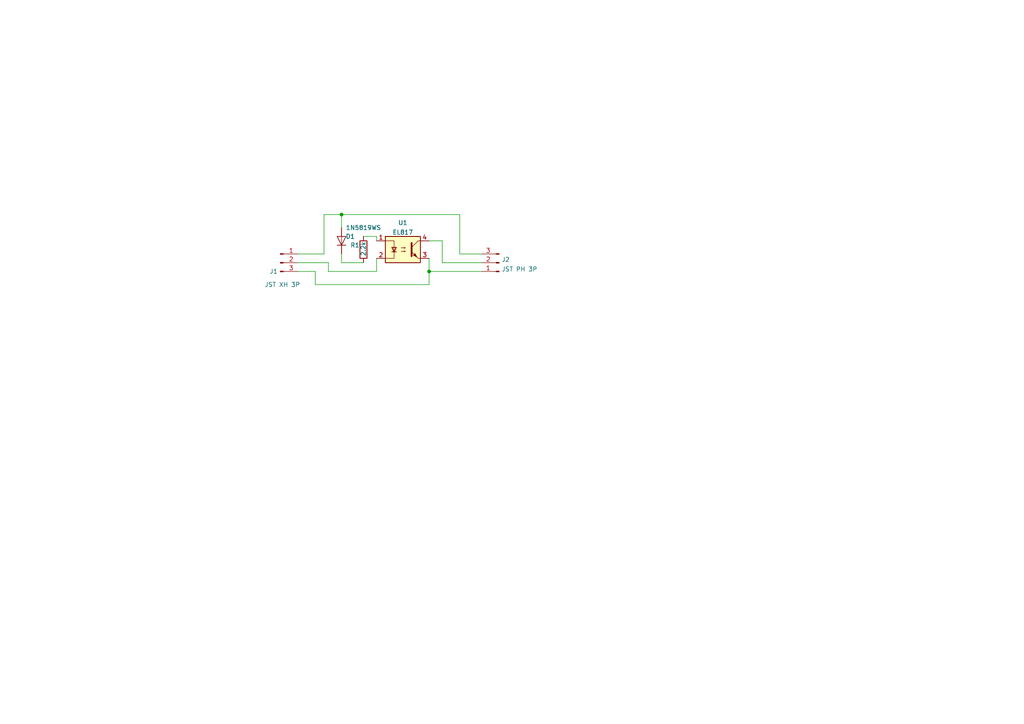
<source format=kicad_sch>
(kicad_sch (version 20220103) (generator eeschema)
  (paper "A4")
  (lib_symbols
    (symbol "Connector:Conn_01x03_Male" (pin_names (offset 1.016) hide)
      (property "Reference" "J" (at 0 5.08 0))
      (property "Value" "Conn_01x03_Male" (at 0 -5.08 0))
      (symbol "Conn_01x03_Male_1_1"
        (polyline (pts (xy 1.27 -2.54) (xy 0.8636 -2.54)) (stroke (width 0.1524)))
        (polyline (pts (xy 1.27 0) (xy 0.8636 0)) (stroke (width 0.1524)))
        (polyline (pts (xy 1.27 2.54) (xy 0.8636 2.54)) (stroke (width 0.1524)))
        (rectangle (start 0.8636 -2.413) (end 0 -2.667) (stroke (width 0.1524)) (fill (type outline)))
        (rectangle (start 0.8636 0.127) (end 0 -0.127) (stroke (width 0.1524)) (fill (type outline)))
        (rectangle (start 0.8636 2.667) (end 0 2.413) (stroke (width 0.1524)) (fill (type outline)))
        (pin passive line (at 5.08 2.54 180) (length 3.81) (name "Pin_1") (number "1"))
        (pin passive line (at 5.08 0 180) (length 3.81) (name "Pin_2") (number "2"))
        (pin passive line (at 5.08 -2.54 180) (length 3.81) (name "Pin_3") (number "3"))
      )
    )
    (symbol "Device:D" (pin_numbers hide) (pin_names (offset 1.016) hide)
      (property "Reference" "D" (at 0 2.54 0))
      (property "Value" "D" (at 0 -2.54 0))
      (symbol "D_0_1"
        (polyline (pts (xy -1.27 1.27) (xy -1.27 -1.27)) (stroke (width 0.2032)))
        (polyline (pts (xy 1.27 0) (xy -1.27 0)))
        (polyline (pts (xy 1.27 1.27) (xy 1.27 -1.27) (xy -1.27 0) (xy 1.27 1.27)) (stroke (width 0.2032)))
      )
      (symbol "D_1_1"
        (pin passive line (at -3.81 0 0) (length 2.54) (name "K") (number "1"))
        (pin passive line (at 3.81 0 180) (length 2.54) (name "A") (number "2"))
      )
    )
    (symbol "Device:R" (pin_numbers hide) (pin_names (offset 0))
      (property "Reference" "R" (at 2.032 0 90))
      (property "Value" "R" (at 0 0 90))
      (symbol "R_0_1"
        (rectangle (start -1.016 -2.54) (end 1.016 2.54) (stroke (width 0.254)))
      )
      (symbol "R_1_1"
        (pin passive line (at 0 3.81 270) (length 1.27) (name "~") (number "1"))
        (pin passive line (at 0 -3.81 90) (length 1.27) (name "~") (number "2"))
      )
    )
    (symbol "Isolator:EL817" (pin_names (offset 1.016))
      (property "Reference" "U" (at -5.08 5.08 0))
      (property "Value" "EL817" (at 0 5.08 0))
      (symbol "EL817_0_1"
        (rectangle (start -5.08 3.81) (end 5.08 -3.81) (stroke (width 0.254)) (fill (type background)))
        (polyline (pts (xy -3.175 -0.635) (xy -1.905 -0.635)) (stroke (width 0.254)))
        (polyline (pts (xy 2.54 0.635) (xy 4.445 2.54)))
        (polyline (pts (xy 4.445 -2.54) (xy 2.54 -0.635)) (fill (type outline)))
        (polyline (pts (xy 4.445 -2.54) (xy 5.08 -2.54)))
        (polyline (pts (xy 4.445 2.54) (xy 5.08 2.54)))
        (polyline (pts (xy -5.08 2.54) (xy -2.54 2.54) (xy -2.54 -0.635)))
        (polyline (pts (xy -2.54 -0.635) (xy -2.54 -2.54) (xy -5.08 -2.54)))
        (polyline (pts (xy 2.54 1.905) (xy 2.54 -1.905) (xy 2.54 -1.905)) (stroke (width 0.508)))
        (polyline (pts (xy -2.54 -0.635) (xy -3.175 0.635) (xy -1.905 0.635) (xy -2.54 -0.635)) (stroke (width 0.254)))
        (polyline (pts (xy -0.508 -0.508) (xy 0.762 -0.508) (xy 0.381 -0.635) (xy 0.381 -0.381) (xy 0.762 -0.508)))
        (polyline (pts (xy -0.508 0.508) (xy 0.762 0.508) (xy 0.381 0.381) (xy 0.381 0.635) (xy 0.762 0.508)))
        (polyline (pts (xy 3.048 -1.651) (xy 3.556 -1.143) (xy 4.064 -2.159) (xy 3.048 -1.651) (xy 3.048 -1.651)) (fill (type outline)))
      )
      (symbol "EL817_1_1"
        (pin passive line (at -7.62 2.54 0) (length 2.54) (name "~") (number "1"))
        (pin passive line (at -7.62 -2.54 0) (length 2.54) (name "~") (number "2"))
        (pin passive line (at 7.62 -2.54 180) (length 2.54) (name "~") (number "3"))
        (pin passive line (at 7.62 2.54 180) (length 2.54) (name "~") (number "4"))
      )
    )
  )
  (junction (at 99.06 62.23))
  (junction (at 124.46 78.74))
  (wire (pts (xy 109.22 69.85) (xy 109.22 68.58)))
  (wire (pts (xy 124.46 74.93) (xy 124.46 78.74)))
  (wire (pts (xy 95.25 76.2) (xy 86.36 76.2)))
  (wire (pts (xy 133.35 73.66) (xy 133.35 62.23)))
  (wire (pts (xy 128.27 69.85) (xy 124.46 69.85)))
  (wire (pts (xy 93.98 62.23) (xy 99.06 62.23)))
  (wire (pts (xy 99.06 76.2) (xy 105.41 76.2)))
  (wire (pts (xy 124.46 78.74) (xy 139.7 78.74)))
  (wire (pts (xy 95.25 78.74) (xy 95.25 76.2)))
  (wire (pts (xy 99.06 62.23) (xy 133.35 62.23)))
  (wire (pts (xy 93.98 73.66) (xy 93.98 62.23)))
  (wire (pts (xy 124.46 82.55) (xy 124.46 78.74)))
  (wire (pts (xy 139.7 73.66) (xy 133.35 73.66)))
  (wire (pts (xy 139.7 76.2) (xy 128.27 76.2)))
  (wire (pts (xy 105.41 68.58) (xy 109.22 68.58)))
  (wire (pts (xy 99.06 73.66) (xy 99.06 76.2)))
  (wire (pts (xy 99.06 62.23) (xy 99.06 66.04)))
  (wire (pts (xy 91.44 82.55) (xy 124.46 82.55)))
  (wire (pts (xy 109.22 74.93) (xy 109.22 78.74)))
  (wire (pts (xy 91.44 78.74) (xy 91.44 82.55)))
  (wire (pts (xy 86.36 73.66) (xy 93.98 73.66)))
  (wire (pts (xy 128.27 76.2) (xy 128.27 69.85)))
  (wire (pts (xy 109.22 78.74) (xy 95.25 78.74)))
  (wire (pts (xy 86.36 78.74) (xy 91.44 78.74)))
  (symbol (lib_id "Connector:Conn_01x03_Male") (at 144.78 76.2 180) (unit 1)
    (property "Reference" "J2" (at 145.4912 75.2915 0) (effects (justify right)))
    (property "Value" "JST PH 3P" (at 145.4912 78.0666 0) (effects (justify right)))
    (property "Footprint" "Connector_JST:JST_PH_B3B-PH-K_1x03_P2.00mm_Vertical" (effects hide))
  )
  (symbol (lib_id "Device:R") (at 105.41 72.39 0) (unit 1)
    (property "Reference" "R1" (at 101.6 71.12 0) (effects (justify left)))
    (property "Value" "2.2k" (at 105.41 74.295 90) (effects (justify left)))
    (property "Footprint" "Resistor_SMD:R_0402_1005Metric" (effects hide))
    (property "LCSC" "C25879" (effects hide))
  )
  (symbol (lib_id "Connector:Conn_01x03_Male") (at 81.28 76.2 0) (unit 1)
    (property "Reference" "J1" (at 79.375 78.74 0))
    (property "Value" "JST XH 3P" (at 81.915 82.55 0))
    (property "Footprint" "Connector_JST:JST_XH_B3B-XH-A_1x03_P2.50mm_Vertical" (effects hide))
  )
  (symbol (lib_id "Isolator:EL817") (at 116.84 72.39 0) (unit 1)
    (property "Reference" "U1" (at 116.84 64.6135 0))
    (property "Value" "EL817" (at 116.84 67.3886 0))
    (property "Footprint" "EL817:SOP254P1030X390-4N" (effects hide))
    (property "Datasheet" "http://www.everlight.com/file/ProductFile/EL817.pdf" (effects hide))
    (property "LCSC" "C106900" (effects hide))
  )
  (symbol (lib_id "Device:D") (at 99.06 69.85 90) (unit 1)
    (property "Reference" "D1" (at 101.6 68.58 90))
    (property "Value" "1N5819WS" (at 105.41 66.04 90))
    (property "Footprint" "Diode_SMD:D_SOD-323" (effects hide))
    (property "LCSC" "C191023" (effects hide))
  )
)
</source>
